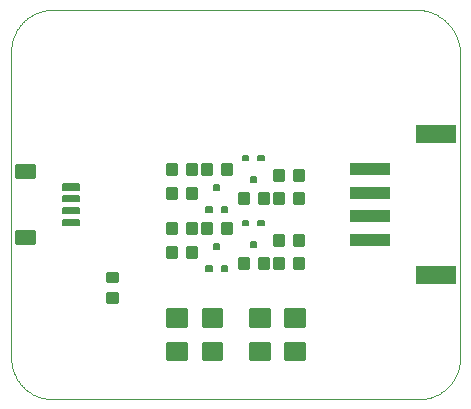
<source format=gtp>
G75*
%MOIN*%
%OFA0B0*%
%FSLAX25Y25*%
%IPPOS*%
%LPD*%
%AMOC8*
5,1,8,0,0,1.08239X$1,22.5*
%
%ADD10C,0.00000*%
%ADD11C,0.00984*%
%ADD12R,0.13780X0.03937*%
%ADD13R,0.13386X0.05906*%
%ADD14C,0.00541*%
%ADD15C,0.01575*%
%ADD16C,0.01181*%
%ADD17C,0.00591*%
D10*
X0026276Y0010843D02*
X0148323Y0010843D01*
X0148323Y0010842D02*
X0148656Y0010846D01*
X0148989Y0010858D01*
X0149321Y0010878D01*
X0149653Y0010906D01*
X0149984Y0010942D01*
X0150314Y0010987D01*
X0150643Y0011039D01*
X0150971Y0011099D01*
X0151297Y0011167D01*
X0151621Y0011242D01*
X0151943Y0011326D01*
X0152263Y0011417D01*
X0152581Y0011516D01*
X0152897Y0011623D01*
X0153209Y0011737D01*
X0153519Y0011859D01*
X0153826Y0011989D01*
X0154130Y0012125D01*
X0154430Y0012269D01*
X0154727Y0012420D01*
X0155020Y0012579D01*
X0155309Y0012744D01*
X0155594Y0012916D01*
X0155875Y0013095D01*
X0156151Y0013281D01*
X0156423Y0013474D01*
X0156690Y0013673D01*
X0156952Y0013878D01*
X0157209Y0014090D01*
X0157461Y0014308D01*
X0157707Y0014531D01*
X0157948Y0014761D01*
X0158184Y0014997D01*
X0158414Y0015238D01*
X0158637Y0015484D01*
X0158855Y0015736D01*
X0159067Y0015993D01*
X0159272Y0016255D01*
X0159471Y0016522D01*
X0159664Y0016794D01*
X0159850Y0017070D01*
X0160029Y0017351D01*
X0160201Y0017636D01*
X0160366Y0017925D01*
X0160525Y0018218D01*
X0160676Y0018515D01*
X0160820Y0018815D01*
X0160956Y0019119D01*
X0161086Y0019426D01*
X0161208Y0019736D01*
X0161322Y0020048D01*
X0161429Y0020364D01*
X0161528Y0020682D01*
X0161619Y0021002D01*
X0161703Y0021324D01*
X0161778Y0021648D01*
X0161846Y0021974D01*
X0161906Y0022302D01*
X0161958Y0022631D01*
X0162003Y0022961D01*
X0162039Y0023292D01*
X0162067Y0023624D01*
X0162087Y0023956D01*
X0162099Y0024289D01*
X0162103Y0024622D01*
X0162102Y0024622D02*
X0162102Y0126866D01*
X0162103Y0126866D02*
X0162075Y0127223D01*
X0162038Y0127578D01*
X0161993Y0127933D01*
X0161939Y0128287D01*
X0161877Y0128639D01*
X0161806Y0128989D01*
X0161727Y0129338D01*
X0161639Y0129685D01*
X0161543Y0130029D01*
X0161439Y0130371D01*
X0161326Y0130710D01*
X0161205Y0131047D01*
X0161076Y0131381D01*
X0160940Y0131711D01*
X0160795Y0132038D01*
X0160642Y0132361D01*
X0160482Y0132681D01*
X0160314Y0132996D01*
X0160138Y0133308D01*
X0159955Y0133615D01*
X0159764Y0133917D01*
X0159566Y0134215D01*
X0159361Y0134508D01*
X0159149Y0134796D01*
X0158931Y0135079D01*
X0158705Y0135356D01*
X0158473Y0135628D01*
X0158234Y0135895D01*
X0157989Y0136155D01*
X0157737Y0136409D01*
X0157480Y0136657D01*
X0157217Y0136899D01*
X0156948Y0137135D01*
X0156673Y0137364D01*
X0156393Y0137586D01*
X0156107Y0137801D01*
X0155817Y0138010D01*
X0155521Y0138211D01*
X0155221Y0138405D01*
X0154916Y0138592D01*
X0154607Y0138771D01*
X0154293Y0138943D01*
X0153975Y0139107D01*
X0153654Y0139264D01*
X0153329Y0139412D01*
X0153000Y0139553D01*
X0152668Y0139686D01*
X0152333Y0139811D01*
X0151995Y0139927D01*
X0151654Y0140036D01*
X0151311Y0140136D01*
X0150965Y0140228D01*
X0150618Y0140311D01*
X0150268Y0140386D01*
X0149917Y0140453D01*
X0149564Y0140511D01*
X0149210Y0140560D01*
X0148854Y0140601D01*
X0148498Y0140634D01*
X0148142Y0140657D01*
X0147784Y0140672D01*
X0147427Y0140679D01*
X0147069Y0140677D01*
X0146712Y0140666D01*
X0146355Y0140646D01*
X0146354Y0140646D02*
X0026276Y0140646D01*
X0025943Y0140642D01*
X0025610Y0140630D01*
X0025278Y0140610D01*
X0024946Y0140582D01*
X0024615Y0140546D01*
X0024285Y0140501D01*
X0023956Y0140449D01*
X0023628Y0140389D01*
X0023302Y0140321D01*
X0022978Y0140246D01*
X0022656Y0140162D01*
X0022336Y0140071D01*
X0022018Y0139972D01*
X0021702Y0139865D01*
X0021390Y0139751D01*
X0021080Y0139629D01*
X0020773Y0139499D01*
X0020469Y0139363D01*
X0020169Y0139219D01*
X0019872Y0139068D01*
X0019579Y0138909D01*
X0019290Y0138744D01*
X0019005Y0138572D01*
X0018724Y0138393D01*
X0018448Y0138207D01*
X0018176Y0138014D01*
X0017909Y0137815D01*
X0017647Y0137610D01*
X0017390Y0137398D01*
X0017138Y0137180D01*
X0016892Y0136957D01*
X0016651Y0136727D01*
X0016415Y0136491D01*
X0016185Y0136250D01*
X0015962Y0136004D01*
X0015744Y0135752D01*
X0015532Y0135495D01*
X0015327Y0135233D01*
X0015128Y0134966D01*
X0014935Y0134694D01*
X0014749Y0134418D01*
X0014570Y0134137D01*
X0014398Y0133852D01*
X0014233Y0133563D01*
X0014074Y0133270D01*
X0013923Y0132973D01*
X0013779Y0132673D01*
X0013643Y0132369D01*
X0013513Y0132062D01*
X0013391Y0131752D01*
X0013277Y0131440D01*
X0013170Y0131124D01*
X0013071Y0130806D01*
X0012980Y0130486D01*
X0012896Y0130164D01*
X0012821Y0129840D01*
X0012753Y0129514D01*
X0012693Y0129186D01*
X0012641Y0128857D01*
X0012596Y0128527D01*
X0012560Y0128196D01*
X0012532Y0127864D01*
X0012512Y0127532D01*
X0012500Y0127199D01*
X0012496Y0126866D01*
X0012496Y0024622D01*
X0012500Y0024289D01*
X0012512Y0023956D01*
X0012532Y0023624D01*
X0012560Y0023292D01*
X0012596Y0022961D01*
X0012641Y0022631D01*
X0012693Y0022302D01*
X0012753Y0021974D01*
X0012821Y0021648D01*
X0012896Y0021324D01*
X0012980Y0021002D01*
X0013071Y0020682D01*
X0013170Y0020364D01*
X0013277Y0020048D01*
X0013391Y0019736D01*
X0013513Y0019426D01*
X0013643Y0019119D01*
X0013779Y0018815D01*
X0013923Y0018515D01*
X0014074Y0018218D01*
X0014233Y0017925D01*
X0014398Y0017636D01*
X0014570Y0017351D01*
X0014749Y0017070D01*
X0014935Y0016794D01*
X0015128Y0016522D01*
X0015327Y0016255D01*
X0015532Y0015993D01*
X0015744Y0015736D01*
X0015962Y0015484D01*
X0016185Y0015238D01*
X0016415Y0014997D01*
X0016651Y0014761D01*
X0016892Y0014531D01*
X0017138Y0014308D01*
X0017390Y0014090D01*
X0017647Y0013878D01*
X0017909Y0013673D01*
X0018176Y0013474D01*
X0018448Y0013281D01*
X0018724Y0013095D01*
X0019005Y0012916D01*
X0019290Y0012744D01*
X0019579Y0012579D01*
X0019872Y0012420D01*
X0020169Y0012269D01*
X0020469Y0012125D01*
X0020773Y0011989D01*
X0021080Y0011859D01*
X0021390Y0011737D01*
X0021702Y0011623D01*
X0022018Y0011516D01*
X0022336Y0011417D01*
X0022656Y0011326D01*
X0022978Y0011242D01*
X0023302Y0011167D01*
X0023628Y0011099D01*
X0023956Y0011039D01*
X0024285Y0010987D01*
X0024615Y0010942D01*
X0024946Y0010906D01*
X0025278Y0010878D01*
X0025610Y0010858D01*
X0025943Y0010846D01*
X0026276Y0010842D01*
D11*
X0047634Y0043422D02*
X0047634Y0046374D01*
X0047634Y0043422D02*
X0044288Y0043422D01*
X0044288Y0046374D01*
X0047634Y0046374D01*
X0047634Y0044357D02*
X0044288Y0044357D01*
X0044288Y0045292D02*
X0047634Y0045292D01*
X0047634Y0046227D02*
X0044288Y0046227D01*
X0047634Y0050115D02*
X0047634Y0053067D01*
X0047634Y0050115D02*
X0044288Y0050115D01*
X0044288Y0053067D01*
X0047634Y0053067D01*
X0047634Y0051050D02*
X0044288Y0051050D01*
X0044288Y0051985D02*
X0047634Y0051985D01*
X0047634Y0052920D02*
X0044288Y0052920D01*
X0064367Y0061728D02*
X0067319Y0061728D01*
X0067319Y0058382D01*
X0064367Y0058382D01*
X0064367Y0061728D01*
X0064367Y0059317D02*
X0067319Y0059317D01*
X0067319Y0060252D02*
X0064367Y0060252D01*
X0064367Y0061187D02*
X0067319Y0061187D01*
X0071059Y0061728D02*
X0074011Y0061728D01*
X0074011Y0058382D01*
X0071059Y0058382D01*
X0071059Y0061728D01*
X0071059Y0059317D02*
X0074011Y0059317D01*
X0074011Y0060252D02*
X0071059Y0060252D01*
X0071059Y0061187D02*
X0074011Y0061187D01*
X0074011Y0069602D02*
X0071059Y0069602D01*
X0074011Y0069602D02*
X0074011Y0066256D01*
X0071059Y0066256D01*
X0071059Y0069602D01*
X0071059Y0067191D02*
X0074011Y0067191D01*
X0074011Y0068126D02*
X0071059Y0068126D01*
X0071059Y0069061D02*
X0074011Y0069061D01*
X0076178Y0069602D02*
X0079130Y0069602D01*
X0079130Y0066256D01*
X0076178Y0066256D01*
X0076178Y0069602D01*
X0076178Y0067191D02*
X0079130Y0067191D01*
X0079130Y0068126D02*
X0076178Y0068126D01*
X0076178Y0069061D02*
X0079130Y0069061D01*
X0082870Y0069602D02*
X0085822Y0069602D01*
X0085822Y0066256D01*
X0082870Y0066256D01*
X0082870Y0069602D01*
X0082870Y0067191D02*
X0085822Y0067191D01*
X0085822Y0068126D02*
X0082870Y0068126D01*
X0082870Y0069061D02*
X0085822Y0069061D01*
X0088382Y0076099D02*
X0091334Y0076099D01*
X0088382Y0076099D02*
X0088382Y0079445D01*
X0091334Y0079445D01*
X0091334Y0076099D01*
X0091334Y0077034D02*
X0088382Y0077034D01*
X0088382Y0077969D02*
X0091334Y0077969D01*
X0091334Y0078904D02*
X0088382Y0078904D01*
X0095075Y0076099D02*
X0098027Y0076099D01*
X0095075Y0076099D02*
X0095075Y0079445D01*
X0098027Y0079445D01*
X0098027Y0076099D01*
X0098027Y0077034D02*
X0095075Y0077034D01*
X0095075Y0077969D02*
X0098027Y0077969D01*
X0098027Y0078904D02*
X0095075Y0078904D01*
X0100193Y0076099D02*
X0103145Y0076099D01*
X0100193Y0076099D02*
X0100193Y0079445D01*
X0103145Y0079445D01*
X0103145Y0076099D01*
X0103145Y0077034D02*
X0100193Y0077034D01*
X0100193Y0077969D02*
X0103145Y0077969D01*
X0103145Y0078904D02*
X0100193Y0078904D01*
X0106886Y0076099D02*
X0109838Y0076099D01*
X0106886Y0076099D02*
X0106886Y0079445D01*
X0109838Y0079445D01*
X0109838Y0076099D01*
X0109838Y0077034D02*
X0106886Y0077034D01*
X0106886Y0077969D02*
X0109838Y0077969D01*
X0109838Y0078904D02*
X0106886Y0078904D01*
X0106886Y0083973D02*
X0109838Y0083973D01*
X0106886Y0083973D02*
X0106886Y0087319D01*
X0109838Y0087319D01*
X0109838Y0083973D01*
X0109838Y0084908D02*
X0106886Y0084908D01*
X0106886Y0085843D02*
X0109838Y0085843D01*
X0109838Y0086778D02*
X0106886Y0086778D01*
X0103145Y0083973D02*
X0100193Y0083973D01*
X0100193Y0087319D01*
X0103145Y0087319D01*
X0103145Y0083973D01*
X0103145Y0084908D02*
X0100193Y0084908D01*
X0100193Y0085843D02*
X0103145Y0085843D01*
X0103145Y0086778D02*
X0100193Y0086778D01*
X0085822Y0089287D02*
X0082870Y0089287D01*
X0085822Y0089287D02*
X0085822Y0085941D01*
X0082870Y0085941D01*
X0082870Y0089287D01*
X0082870Y0086876D02*
X0085822Y0086876D01*
X0085822Y0087811D02*
X0082870Y0087811D01*
X0082870Y0088746D02*
X0085822Y0088746D01*
X0079130Y0089287D02*
X0076178Y0089287D01*
X0079130Y0089287D02*
X0079130Y0085941D01*
X0076178Y0085941D01*
X0076178Y0089287D01*
X0076178Y0086876D02*
X0079130Y0086876D01*
X0079130Y0087811D02*
X0076178Y0087811D01*
X0076178Y0088746D02*
X0079130Y0088746D01*
X0074011Y0089287D02*
X0071059Y0089287D01*
X0074011Y0089287D02*
X0074011Y0085941D01*
X0071059Y0085941D01*
X0071059Y0089287D01*
X0071059Y0086876D02*
X0074011Y0086876D01*
X0074011Y0087811D02*
X0071059Y0087811D01*
X0071059Y0088746D02*
X0074011Y0088746D01*
X0067319Y0089287D02*
X0064367Y0089287D01*
X0067319Y0089287D02*
X0067319Y0085941D01*
X0064367Y0085941D01*
X0064367Y0089287D01*
X0064367Y0086876D02*
X0067319Y0086876D01*
X0067319Y0087811D02*
X0064367Y0087811D01*
X0064367Y0088746D02*
X0067319Y0088746D01*
X0067319Y0081413D02*
X0064367Y0081413D01*
X0067319Y0081413D02*
X0067319Y0078067D01*
X0064367Y0078067D01*
X0064367Y0081413D01*
X0064367Y0079002D02*
X0067319Y0079002D01*
X0067319Y0079937D02*
X0064367Y0079937D01*
X0064367Y0080872D02*
X0067319Y0080872D01*
X0071059Y0081413D02*
X0074011Y0081413D01*
X0074011Y0078067D01*
X0071059Y0078067D01*
X0071059Y0081413D01*
X0071059Y0079002D02*
X0074011Y0079002D01*
X0074011Y0079937D02*
X0071059Y0079937D01*
X0071059Y0080872D02*
X0074011Y0080872D01*
X0067319Y0069602D02*
X0064367Y0069602D01*
X0067319Y0069602D02*
X0067319Y0066256D01*
X0064367Y0066256D01*
X0064367Y0069602D01*
X0064367Y0067191D02*
X0067319Y0067191D01*
X0067319Y0068126D02*
X0064367Y0068126D01*
X0064367Y0069061D02*
X0067319Y0069061D01*
X0088382Y0054445D02*
X0091334Y0054445D01*
X0088382Y0054445D02*
X0088382Y0057791D01*
X0091334Y0057791D01*
X0091334Y0054445D01*
X0091334Y0055380D02*
X0088382Y0055380D01*
X0088382Y0056315D02*
X0091334Y0056315D01*
X0091334Y0057250D02*
X0088382Y0057250D01*
X0095075Y0054445D02*
X0098027Y0054445D01*
X0095075Y0054445D02*
X0095075Y0057791D01*
X0098027Y0057791D01*
X0098027Y0054445D01*
X0098027Y0055380D02*
X0095075Y0055380D01*
X0095075Y0056315D02*
X0098027Y0056315D01*
X0098027Y0057250D02*
X0095075Y0057250D01*
X0100193Y0054445D02*
X0103145Y0054445D01*
X0100193Y0054445D02*
X0100193Y0057791D01*
X0103145Y0057791D01*
X0103145Y0054445D01*
X0103145Y0055380D02*
X0100193Y0055380D01*
X0100193Y0056315D02*
X0103145Y0056315D01*
X0103145Y0057250D02*
X0100193Y0057250D01*
X0106886Y0054445D02*
X0109838Y0054445D01*
X0106886Y0054445D02*
X0106886Y0057791D01*
X0109838Y0057791D01*
X0109838Y0054445D01*
X0109838Y0055380D02*
X0106886Y0055380D01*
X0106886Y0056315D02*
X0109838Y0056315D01*
X0109838Y0057250D02*
X0106886Y0057250D01*
X0106886Y0062319D02*
X0109838Y0062319D01*
X0106886Y0062319D02*
X0106886Y0065665D01*
X0109838Y0065665D01*
X0109838Y0062319D01*
X0109838Y0063254D02*
X0106886Y0063254D01*
X0106886Y0064189D02*
X0109838Y0064189D01*
X0109838Y0065124D02*
X0106886Y0065124D01*
X0103145Y0062319D02*
X0100193Y0062319D01*
X0100193Y0065665D01*
X0103145Y0065665D01*
X0103145Y0062319D01*
X0103145Y0063254D02*
X0100193Y0063254D01*
X0100193Y0064189D02*
X0103145Y0064189D01*
X0103145Y0065124D02*
X0100193Y0065124D01*
D12*
X0132181Y0063992D03*
X0132181Y0071866D03*
X0132181Y0079740D03*
X0132181Y0087614D03*
D13*
X0154031Y0099228D03*
X0154031Y0052378D03*
D14*
X0096675Y0070414D02*
X0094853Y0070414D01*
X0096675Y0070414D02*
X0096675Y0068790D01*
X0094853Y0068790D01*
X0094853Y0070414D01*
X0094853Y0069304D02*
X0096675Y0069304D01*
X0096675Y0069818D02*
X0094853Y0069818D01*
X0094853Y0070332D02*
X0096675Y0070332D01*
X0091557Y0070414D02*
X0089735Y0070414D01*
X0091557Y0070414D02*
X0091557Y0068790D01*
X0089735Y0068790D01*
X0089735Y0070414D01*
X0089735Y0069304D02*
X0091557Y0069304D01*
X0091557Y0069818D02*
X0089735Y0069818D01*
X0089735Y0070332D02*
X0091557Y0070332D01*
X0084470Y0073318D02*
X0082648Y0073318D01*
X0082648Y0074942D01*
X0084470Y0074942D01*
X0084470Y0073318D01*
X0084470Y0073832D02*
X0082648Y0073832D01*
X0082648Y0074346D02*
X0084470Y0074346D01*
X0084470Y0074860D02*
X0082648Y0074860D01*
X0079352Y0073318D02*
X0077530Y0073318D01*
X0077530Y0074942D01*
X0079352Y0074942D01*
X0079352Y0073318D01*
X0079352Y0073832D02*
X0077530Y0073832D01*
X0077530Y0074346D02*
X0079352Y0074346D01*
X0079352Y0074860D02*
X0077530Y0074860D01*
X0080089Y0080601D02*
X0081911Y0080601D01*
X0080089Y0080601D02*
X0080089Y0082225D01*
X0081911Y0082225D01*
X0081911Y0080601D01*
X0081911Y0081115D02*
X0080089Y0081115D01*
X0080089Y0081629D02*
X0081911Y0081629D01*
X0081911Y0082143D02*
X0080089Y0082143D01*
X0092294Y0084784D02*
X0094116Y0084784D01*
X0094116Y0083160D01*
X0092294Y0083160D01*
X0092294Y0084784D01*
X0092294Y0083674D02*
X0094116Y0083674D01*
X0094116Y0084188D02*
X0092294Y0084188D01*
X0092294Y0084702D02*
X0094116Y0084702D01*
X0094853Y0092068D02*
X0096675Y0092068D01*
X0096675Y0090444D01*
X0094853Y0090444D01*
X0094853Y0092068D01*
X0094853Y0090958D02*
X0096675Y0090958D01*
X0096675Y0091472D02*
X0094853Y0091472D01*
X0094853Y0091986D02*
X0096675Y0091986D01*
X0091557Y0092068D02*
X0089735Y0092068D01*
X0091557Y0092068D02*
X0091557Y0090444D01*
X0089735Y0090444D01*
X0089735Y0092068D01*
X0089735Y0090958D02*
X0091557Y0090958D01*
X0091557Y0091472D02*
X0089735Y0091472D01*
X0089735Y0091986D02*
X0091557Y0091986D01*
X0092294Y0063131D02*
X0094116Y0063131D01*
X0094116Y0061507D01*
X0092294Y0061507D01*
X0092294Y0063131D01*
X0092294Y0062021D02*
X0094116Y0062021D01*
X0094116Y0062535D02*
X0092294Y0062535D01*
X0092294Y0063049D02*
X0094116Y0063049D01*
X0081911Y0060916D02*
X0080089Y0060916D01*
X0080089Y0062540D01*
X0081911Y0062540D01*
X0081911Y0060916D01*
X0081911Y0061430D02*
X0080089Y0061430D01*
X0080089Y0061944D02*
X0081911Y0061944D01*
X0081911Y0062458D02*
X0080089Y0062458D01*
X0079352Y0053633D02*
X0077530Y0053633D01*
X0077530Y0055257D01*
X0079352Y0055257D01*
X0079352Y0053633D01*
X0079352Y0054147D02*
X0077530Y0054147D01*
X0077530Y0054661D02*
X0079352Y0054661D01*
X0079352Y0055175D02*
X0077530Y0055175D01*
X0082648Y0053633D02*
X0084470Y0053633D01*
X0082648Y0053633D02*
X0082648Y0055257D01*
X0084470Y0055257D01*
X0084470Y0053633D01*
X0084470Y0054147D02*
X0082648Y0054147D01*
X0082648Y0054661D02*
X0084470Y0054661D01*
X0084470Y0055175D02*
X0082648Y0055175D01*
D15*
X0076663Y0040456D02*
X0076663Y0035732D01*
X0076663Y0040456D02*
X0082187Y0040456D01*
X0082187Y0035732D01*
X0076663Y0035732D01*
X0076663Y0037228D02*
X0082187Y0037228D01*
X0082187Y0038724D02*
X0076663Y0038724D01*
X0076663Y0040220D02*
X0082187Y0040220D01*
X0092411Y0040456D02*
X0092411Y0035732D01*
X0092411Y0040456D02*
X0097935Y0040456D01*
X0097935Y0035732D01*
X0092411Y0035732D01*
X0092411Y0037228D02*
X0097935Y0037228D01*
X0097935Y0038724D02*
X0092411Y0038724D01*
X0092411Y0040220D02*
X0097935Y0040220D01*
X0104222Y0040456D02*
X0104222Y0035732D01*
X0104222Y0040456D02*
X0109746Y0040456D01*
X0109746Y0035732D01*
X0104222Y0035732D01*
X0104222Y0037228D02*
X0109746Y0037228D01*
X0109746Y0038724D02*
X0104222Y0038724D01*
X0104222Y0040220D02*
X0109746Y0040220D01*
X0104222Y0029260D02*
X0104222Y0024536D01*
X0104222Y0029260D02*
X0109746Y0029260D01*
X0109746Y0024536D01*
X0104222Y0024536D01*
X0104222Y0026032D02*
X0109746Y0026032D01*
X0109746Y0027528D02*
X0104222Y0027528D01*
X0104222Y0029024D02*
X0109746Y0029024D01*
X0092411Y0029260D02*
X0092411Y0024536D01*
X0092411Y0029260D02*
X0097935Y0029260D01*
X0097935Y0024536D01*
X0092411Y0024536D01*
X0092411Y0026032D02*
X0097935Y0026032D01*
X0097935Y0027528D02*
X0092411Y0027528D01*
X0092411Y0029024D02*
X0097935Y0029024D01*
X0076663Y0029260D02*
X0076663Y0024536D01*
X0076663Y0029260D02*
X0082187Y0029260D01*
X0082187Y0024536D01*
X0076663Y0024536D01*
X0076663Y0026032D02*
X0082187Y0026032D01*
X0082187Y0027528D02*
X0076663Y0027528D01*
X0076663Y0029024D02*
X0082187Y0029024D01*
X0064852Y0029260D02*
X0064852Y0024536D01*
X0064852Y0029260D02*
X0070376Y0029260D01*
X0070376Y0024536D01*
X0064852Y0024536D01*
X0064852Y0026032D02*
X0070376Y0026032D01*
X0070376Y0027528D02*
X0064852Y0027528D01*
X0064852Y0029024D02*
X0070376Y0029024D01*
X0064852Y0035732D02*
X0064852Y0040456D01*
X0070376Y0040456D01*
X0070376Y0035732D01*
X0064852Y0035732D01*
X0064852Y0037228D02*
X0070376Y0037228D01*
X0070376Y0038724D02*
X0064852Y0038724D01*
X0064852Y0040220D02*
X0070376Y0040220D01*
D16*
X0020193Y0062929D02*
X0020193Y0066473D01*
X0020193Y0062929D02*
X0014287Y0062929D01*
X0014287Y0066473D01*
X0020193Y0066473D01*
X0020193Y0064051D02*
X0014287Y0064051D01*
X0014287Y0065173D02*
X0020193Y0065173D01*
X0020193Y0066295D02*
X0014287Y0066295D01*
X0020193Y0084976D02*
X0020193Y0088520D01*
X0020193Y0084976D02*
X0014287Y0084976D01*
X0014287Y0088520D01*
X0020193Y0088520D01*
X0020193Y0086098D02*
X0014287Y0086098D01*
X0014287Y0087220D02*
X0020193Y0087220D01*
X0020193Y0088342D02*
X0014287Y0088342D01*
D17*
X0035252Y0082516D02*
X0035252Y0080744D01*
X0029740Y0080744D01*
X0029740Y0082516D01*
X0035252Y0082516D01*
X0035252Y0081305D02*
X0029740Y0081305D01*
X0029740Y0081866D02*
X0035252Y0081866D01*
X0035252Y0082427D02*
X0029740Y0082427D01*
X0035252Y0078579D02*
X0035252Y0076807D01*
X0029740Y0076807D01*
X0029740Y0078579D01*
X0035252Y0078579D01*
X0035252Y0077368D02*
X0029740Y0077368D01*
X0029740Y0077929D02*
X0035252Y0077929D01*
X0035252Y0078490D02*
X0029740Y0078490D01*
X0035252Y0074642D02*
X0035252Y0072870D01*
X0029740Y0072870D01*
X0029740Y0074642D01*
X0035252Y0074642D01*
X0035252Y0073431D02*
X0029740Y0073431D01*
X0029740Y0073992D02*
X0035252Y0073992D01*
X0035252Y0074553D02*
X0029740Y0074553D01*
X0035252Y0070705D02*
X0035252Y0068933D01*
X0029740Y0068933D01*
X0029740Y0070705D01*
X0035252Y0070705D01*
X0035252Y0069494D02*
X0029740Y0069494D01*
X0029740Y0070055D02*
X0035252Y0070055D01*
X0035252Y0070616D02*
X0029740Y0070616D01*
M02*

</source>
